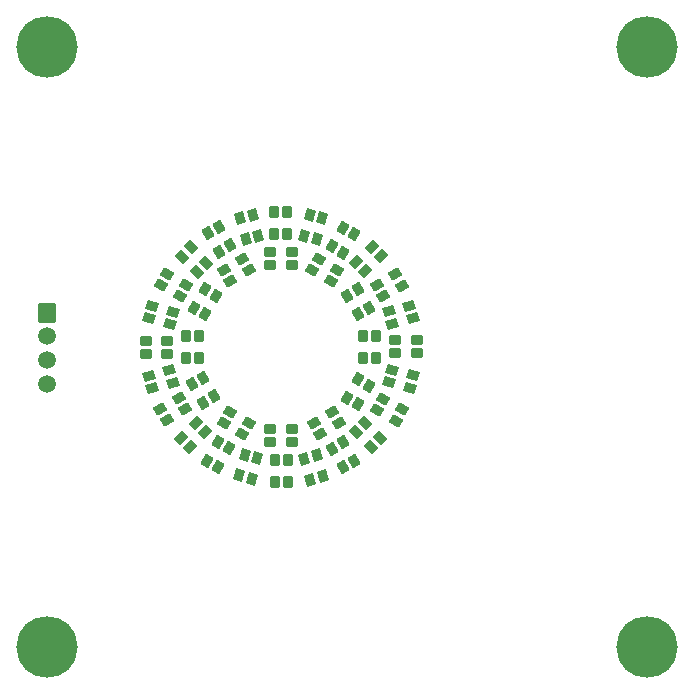
<source format=gts>
G04 Layer: TopSolderMaskLayer*
G04 EasyEDA v6.5.34, 2023-09-07 21:51:12*
G04 4e1002d8ee0c4305b874fa033b0cf6ff,5a6b42c53f6a479593ecc07194224c93,10*
G04 Gerber Generator version 0.2*
G04 Scale: 100 percent, Rotated: No, Reflected: No *
G04 Dimensions in millimeters *
G04 leading zeros omitted , absolute positions ,4 integer and 5 decimal *
%FSLAX45Y45*%
%MOMM*%

%AMMACRO1*1,1,$1,$2,$3*1,1,$1,$4,$5*1,1,$1,0-$2,0-$3*1,1,$1,0-$4,0-$5*20,1,$1,$2,$3,$4,$5,0*20,1,$1,$4,$5,0-$2,0-$3,0*20,1,$1,0-$2,0-$3,0-$4,0-$5,0*20,1,$1,0-$4,0-$5,$2,$3,0*4,1,4,$2,$3,$4,$5,0-$2,0-$3,0-$4,0-$5,$2,$3,0*%
%ADD10C,1.5016*%
%ADD11MACRO1,0.1016X-0.7X0.762X-0.7X-0.762*%
%ADD12MACRO1,0.1016X-0.35X-0.45X-0.35X0.45*%
%ADD13MACRO1,0.1016X-0.0781X-0.5647X-0.5281X0.2147*%
%ADD14MACRO1,0.1016X0.2147X-0.5281X-0.5647X-0.0781*%
%ADD15MACRO1,0.1016X0.45X-0.35X-0.45X-0.35*%
%ADD16MACRO1,0.1016X0.5647X-0.0781X-0.2147X-0.5281*%
%ADD17MACRO1,0.1016X0.5281X0.2147X0.0781X-0.5647*%
%ADD18MACRO1,0.1016X0.35X0.45X0.35X-0.45*%
%ADD19MACRO1,0.1016X0.0781X0.5647X0.5281X-0.2147*%
%ADD20MACRO1,0.1016X-0.2147X0.5281X0.5647X0.0781*%
%ADD21MACRO1,0.1016X-0.45X0.35X0.45X0.35*%
%ADD22MACRO1,0.1016X-0.5647X0.0781X0.2147X0.5281*%
%ADD23MACRO1,0.1016X-0.5281X-0.2147X-0.0781X0.5647*%
%ADD24MACRO1,0.1016X-0.5253X0.2216X0.3441X0.4546*%
%ADD25MACRO1,0.1016X-0.5253X0.2216X0.3441X0.4545*%
%ADD26MACRO1,0.1016X-0.5657X-0.0707X0.0707X0.5657*%
%ADD27MACRO1,0.1016X-0.4546X-0.3441X-0.2216X0.5253*%
%ADD28MACRO1,0.1016X-0.4545X-0.3441X-0.2216X0.5253*%
%ADD29MACRO1,0.1016X-0.2216X-0.5253X-0.4546X0.3441*%
%ADD30MACRO1,0.1016X-0.2216X-0.5253X-0.4545X0.3441*%
%ADD31MACRO1,0.1016X0.0707X-0.5657X-0.5657X0.0707*%
%ADD32MACRO1,0.1016X0.3441X-0.4546X-0.5253X-0.2216*%
%ADD33MACRO1,0.1016X0.3441X-0.4545X-0.5253X-0.2216*%
%ADD34MACRO1,0.1016X0.5253X-0.2216X-0.3441X-0.4546*%
%ADD35MACRO1,0.1016X0.5253X-0.2216X-0.3441X-0.4545*%
%ADD36MACRO1,0.1016X0.5657X0.0707X-0.0707X-0.5657*%
%ADD37MACRO1,0.1016X0.4546X0.3441X0.2216X-0.5253*%
%ADD38MACRO1,0.1016X0.4545X0.3441X0.2216X-0.5253*%
%ADD39MACRO1,0.1016X0.2216X0.5253X0.4546X-0.3441*%
%ADD40MACRO1,0.1016X0.2216X0.5253X0.4545X-0.3441*%
%ADD41MACRO1,0.1016X-0.0707X0.5657X0.5657X-0.0707*%
%ADD42MACRO1,0.1016X-0.3441X0.4546X0.5253X0.2216*%
%ADD43MACRO1,0.1016X-0.3441X0.4545X0.5253X0.2216*%
%ADD44C,5.2032*%

%LPD*%
D10*
G01*
X381000Y2608300D03*
G01*
X381000Y2808300D03*
G01*
X381000Y3008299D03*
D11*
G01*
X381000Y3208294D03*
D12*
G01*
X3056493Y3012500D03*
G01*
X3056495Y2829493D03*
G01*
X3166501Y2829493D03*
G01*
X3166501Y3012500D03*
D13*
G01*
X2916509Y3353738D03*
G01*
X3008014Y3195250D03*
G01*
X3103281Y3250252D03*
G01*
X3011778Y3408742D03*
D14*
G01*
X2623747Y3566812D03*
G01*
X2782237Y3475310D03*
G01*
X2837240Y3570578D03*
G01*
X2678751Y3662081D03*
D15*
G01*
X2270688Y3615291D03*
G01*
X2453695Y3615292D03*
G01*
X2453695Y3725298D03*
G01*
X2270688Y3725298D03*
D16*
G01*
X1929448Y3475306D03*
G01*
X2087937Y3566811D03*
G01*
X2032934Y3662079D03*
G01*
X1874445Y3570575D03*
D17*
G01*
X1716377Y3195245D03*
G01*
X1807879Y3353734D03*
G01*
X1712611Y3408738D03*
G01*
X1621108Y3250248D03*
D18*
G01*
X1667898Y2829488D03*
G01*
X1667897Y3012495D03*
G01*
X1557891Y3012495D03*
G01*
X1557891Y2829488D03*
D19*
G01*
X1795183Y2500948D03*
G01*
X1703678Y2659437D03*
G01*
X1608410Y2604434D03*
G01*
X1699914Y2445945D03*
D20*
G01*
X2087942Y2275174D03*
G01*
X1929452Y2366676D03*
G01*
X1874448Y2271408D03*
G01*
X2032938Y2179905D03*
D21*
G01*
X2453700Y2226696D03*
G01*
X2270693Y2226694D03*
G01*
X2270693Y2116688D03*
G01*
X2453700Y2116688D03*
D22*
G01*
X2794941Y2366680D03*
G01*
X2636452Y2275175D03*
G01*
X2691455Y2179908D03*
G01*
X2849944Y2271411D03*
D23*
G01*
X3008571Y2646599D03*
G01*
X2917069Y2488110D03*
G01*
X3012337Y2433106D03*
G01*
X3103840Y2591596D03*
D21*
G01*
X3507798Y2975996D03*
G01*
X3324791Y2975994D03*
G01*
X3324791Y2865988D03*
G01*
X3507798Y2865988D03*
D24*
G01*
X3447773Y3267176D03*
D25*
G01*
X3271001Y3219810D03*
G01*
X3299473Y3113552D03*
G01*
X3476245Y3160918D03*
D22*
G01*
X3327152Y3533518D03*
G01*
X3168663Y3442013D03*
G01*
X3223666Y3346745D03*
G01*
X3382156Y3438249D03*
D26*
G01*
X3126807Y3767249D03*
G01*
X2997401Y3637842D03*
G01*
X3075188Y3560056D03*
G01*
X3204593Y3689461D03*
D23*
G01*
X2881015Y3929439D03*
G01*
X2789513Y3770950D03*
G01*
X2884780Y3715946D03*
G01*
X2976284Y3874435D03*
D27*
G01*
X2601650Y4038904D03*
D28*
G01*
X2554286Y3862133D03*
G01*
X2660543Y3833661D03*
G01*
X2707909Y4010432D03*
D12*
G01*
X2304313Y4060807D03*
G01*
X2304314Y3877800D03*
G01*
X2414320Y3877800D03*
G01*
X2414320Y4060807D03*
D29*
G01*
X2014110Y4008739D03*
D30*
G01*
X2061476Y3831968D03*
G01*
X2167735Y3860440D03*
G01*
X2120369Y4037211D03*
D13*
G01*
X1740148Y3883038D03*
G01*
X1831653Y3724550D03*
G01*
X1926921Y3779553D03*
G01*
X1835417Y3938042D03*
D31*
G01*
X1519118Y3683539D03*
G01*
X1648524Y3554134D03*
G01*
X1726311Y3631920D03*
G01*
X1596905Y3761325D03*
D14*
G01*
X1343247Y3440793D03*
G01*
X1501736Y3349290D03*
G01*
X1556740Y3444558D03*
G01*
X1398250Y3536062D03*
D32*
G01*
X1243230Y3160074D03*
D33*
G01*
X1420002Y3112710D03*
G01*
X1448474Y3218967D03*
G01*
X1271703Y3266333D03*
D15*
G01*
X1214554Y2861891D03*
G01*
X1397561Y2861892D03*
G01*
X1397561Y2971899D03*
G01*
X1214554Y2971899D03*
D34*
G01*
X1267467Y2569999D03*
D35*
G01*
X1444238Y2617365D03*
G01*
X1415766Y2723624D03*
G01*
X1238995Y2676258D03*
D16*
G01*
X1392320Y2299421D03*
G01*
X1550808Y2390926D03*
G01*
X1495806Y2486193D03*
G01*
X1337316Y2394690D03*
D36*
G01*
X1590975Y2069922D03*
G01*
X1720381Y2199328D03*
G01*
X1642595Y2277115D03*
G01*
X1513189Y2147709D03*
D17*
G01*
X1829488Y1901673D03*
G01*
X1920990Y2060163D03*
G01*
X1825722Y2115167D03*
G01*
X1734219Y1956677D03*
D37*
G01*
X2112238Y1802371D03*
D38*
G01*
X2159603Y1979142D03*
G01*
X2053346Y2007614D03*
G01*
X2005980Y1830843D03*
D18*
G01*
X2417196Y1775391D03*
G01*
X2417194Y1958398D03*
G01*
X2307188Y1958398D03*
G01*
X2307188Y1775391D03*
D39*
G01*
X2711287Y1825048D03*
D40*
G01*
X2663921Y2001819D03*
G01*
X2557663Y1973347D03*
G01*
X2605029Y1796576D03*
D19*
G01*
X2976280Y1954848D03*
G01*
X2884775Y2113337D03*
G01*
X2789508Y2058334D03*
G01*
X2881011Y1899845D03*
D41*
G01*
X3202051Y2146860D03*
G01*
X3072644Y2276265D03*
G01*
X2994858Y2198479D03*
G01*
X3124263Y2069073D03*
D20*
G01*
X3384696Y2389606D03*
G01*
X3226206Y2481108D03*
G01*
X3171202Y2385841D03*
G01*
X3329692Y2294337D03*
D42*
G01*
X3478784Y2677944D03*
D43*
G01*
X3302012Y2725309D03*
G01*
X3273540Y2619052D03*
G01*
X3450311Y2571686D03*
D44*
G01*
X381000Y5461000D03*
G01*
X5461000Y5461000D03*
G01*
X5461000Y381000D03*
G01*
X381000Y381000D03*
M02*

</source>
